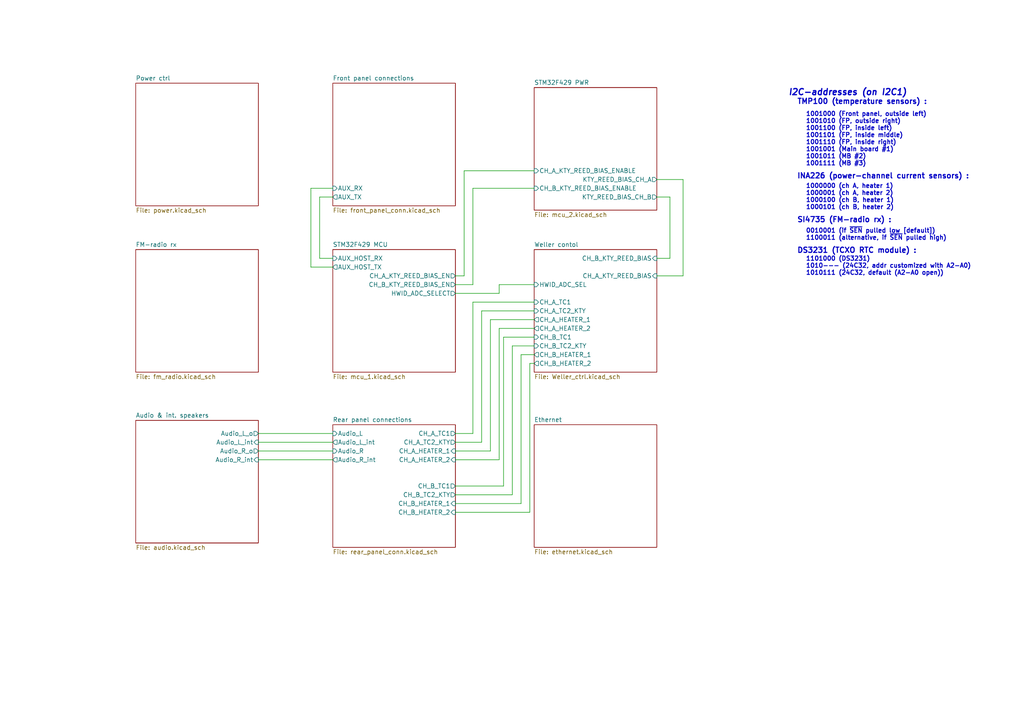
<source format=kicad_sch>
(kicad_sch (version 20211123) (generator eeschema)
  (paper "A4")
  (title_block (title "DIY Soldering station, top level") (date "2020-04-26") (rev "R0.1") (company "SolderingStationGroup : Jonny Svärd / Mathias Johansson / Magnus Thulesius"))
  (lib_symbols)
  (wire (pts (xy 134.62 49.53) (xy 154.94 49.53)))
  (wire (pts (xy 154.94 87.63) (xy 137.16 87.63)))
  (wire (pts (xy 154.94 102.87) (xy 151.13 102.87)))
  (wire (pts (xy 198.12 80.01) (xy 190.5 80.01)))
  (wire (pts (xy 90.17 77.47) (xy 96.52 77.47)))
  (wire (pts (xy 153.67 148.59) (xy 132.08 148.59)))
  (wire (pts (xy 144.78 133.35) (xy 132.08 133.35)))
  (wire (pts (xy 132.08 85.09) (xy 144.78 85.09)))
  (wire (pts (xy 137.16 54.61) (xy 154.94 54.61)))
  (wire (pts (xy 92.71 74.93) (xy 96.52 74.93)))
  (wire (pts (xy 151.13 102.87) (xy 151.13 146.05)))
  (wire (pts (xy 74.93 125.73) (xy 96.52 125.73)))
  (wire (pts (xy 132.08 82.55) (xy 137.16 82.55)))
  (wire (pts (xy 139.7 90.17) (xy 139.7 128.27)))
  (wire (pts (xy 146.05 97.79) (xy 146.05 140.97)))
  (wire (pts (xy 151.13 146.05) (xy 132.08 146.05)))
  (wire (pts (xy 144.78 82.55) (xy 154.94 82.55)))
  (wire (pts (xy 144.78 95.25) (xy 144.78 133.35)))
  (wire (pts (xy 148.59 100.33) (xy 148.59 143.51)))
  (wire (pts (xy 146.05 140.97) (xy 132.08 140.97)))
  (wire (pts (xy 137.16 82.55) (xy 137.16 54.61)))
  (wire (pts (xy 154.94 105.41) (xy 153.67 105.41)))
  (wire (pts (xy 139.7 128.27) (xy 132.08 128.27)))
  (wire (pts (xy 134.62 80.01) (xy 134.62 49.53)))
  (wire (pts (xy 194.31 57.15) (xy 194.31 74.93)))
  (wire (pts (xy 132.08 80.01) (xy 134.62 80.01)))
  (wire (pts (xy 198.12 52.07) (xy 198.12 80.01)))
  (wire (pts (xy 154.94 92.71) (xy 142.24 92.71)))
  (wire (pts (xy 137.16 125.73) (xy 132.08 125.73)))
  (wire (pts (xy 96.52 54.61) (xy 90.17 54.61)))
  (wire (pts (xy 74.93 130.81) (xy 96.52 130.81)))
  (wire (pts (xy 142.24 92.71) (xy 142.24 130.81)))
  (wire (pts (xy 148.59 143.51) (xy 132.08 143.51)))
  (wire (pts (xy 190.5 57.15) (xy 194.31 57.15)))
  (wire (pts (xy 190.5 52.07) (xy 198.12 52.07)))
  (wire (pts (xy 154.94 90.17) (xy 139.7 90.17)))
  (wire (pts (xy 144.78 85.09) (xy 144.78 82.55)))
  (wire (pts (xy 90.17 54.61) (xy 90.17 77.47)))
  (wire (pts (xy 153.67 105.41) (xy 153.67 148.59)))
  (wire (pts (xy 92.71 57.15) (xy 92.71 74.93)))
  (wire (pts (xy 74.93 128.27) (xy 96.52 128.27)))
  (wire (pts (xy 154.94 95.25) (xy 144.78 95.25)))
  (wire (pts (xy 194.31 74.93) (xy 190.5 74.93)))
  (wire (pts (xy 142.24 130.81) (xy 132.08 130.81)))
  (wire (pts (xy 154.94 100.33) (xy 148.59 100.33)))
  (wire (pts (xy 137.16 87.63) (xy 137.16 125.73)))
  (wire (pts (xy 96.52 57.15) (xy 92.71 57.15)))
  (wire (pts (xy 154.94 97.79) (xy 146.05 97.79)))
  (wire (pts (xy 74.93 133.35) (xy 96.52 133.35)))
  (text "1000000 (ch A, heater 1)\n1000001 (ch A, heater 2)\n1000100 (ch B, heater 1)\n1000101 (ch B, heater 2)" (at 233.68 60.96 0) (effects (font (size 1.27 1.27) (thickness 0.254) bold) (justify left bottom)))
  (text "1001000 (Front panel, outside left)\n1001010 (FP, outside right)\n1001100 (FP, inside left)\n1001101 (FP, inside middle)\n1001110 (FP, inside right)\n1001001 (Main board #1)\n1001011 (MB #2)\n1001111 (MB #3)" (at 233.68 48.26 0) (effects (font (size 1.27 1.27) (thickness 0.254) bold) (justify left bottom)))
  (text "INA226 (power-channel current sensors) :" (at 231.14 52.07 0) (effects (font (size 1.524 1.524) (thickness 0.3048) bold) (justify left bottom)))
  (text "DS3231 (TCXO RTC module) :" (at 231.14 73.66 0) (effects (font (size 1.524 1.524) (thickness 0.3048) bold) (justify left bottom)))
  (text "I2C-addresses (on I2C1)" (at 228.6 27.94 0) (effects (font (size 1.778 1.778) (thickness 0.3556) bold italic) (justify left bottom)))
  (text "TMP100 (temperature sensors) :" (at 231.14 30.48 0) (effects (font (size 1.524 1.524) (thickness 0.3048) bold) (justify left bottom)))
  (text "1101000 (DS3231)\n1010--- (24C32, addr customized with A2-A0)\n1010111 (24C32, default (A2-A0 open))" (at 233.68 80.01 0) (effects (font (size 1.27 1.27) (thickness 0.254) bold) (justify left bottom)))
  (text "SI4735 (FM-radio rx) :" (at 231.14 64.77 0) (effects (font (size 1.524 1.524) (thickness 0.3048) bold) (justify left bottom)))
  (text "0010001 (if ~{SEN} pulled low [default])\n1100011 (alternative, if ~{SEN} pulled high)" (at 233.68 69.85 0) (effects (font (size 1.27 1.27) (thickness 0.254) bold) (justify left bottom)))
  (sheet (at 96.52 72.39) (size 35.56 35.56)
    (property "Sheet name" "STM32F429 MCU" (at 96.52 71.6784 0) (effects (justify left bottom)))
    (property "Sheet file" "mcu_1.kicad_sch" (at 96.52 108.5346 0) (effects (justify left top)))
    (pin "AUX_HOST_RX" input (at 96.52 74.93 180))
    (pin "AUX_HOST_TX" output (at 96.52 77.47 180))
    (pin "HWID_ADC_SELECT" output (at 132.08 85.09 0))
    (pin "CH_A_KTY_REED_BIAS_EN" output (at 132.08 80.01 0))
    (pin "CH_B_KTY_REED_BIAS_EN" output (at 132.08 82.55 0))
  )
  (sheet (at 154.94 25.4) (size 35.56 35.56)
    (property "Sheet name" "STM32F429 PWR" (at 154.94 24.6884 0) (effects (justify left bottom)))
    (property "Sheet file" "mcu_2.kicad_sch" (at 154.94 61.5446 0) (effects (justify left top)))
    (pin "CH_A_KTY_REED_BIAS_ENABLE" input (at 154.94 49.53 180))
    (pin "KTY_REED_BIAS_CH_A" output (at 190.5 52.07 0))
    (pin "KTY_REED_BIAS_CH_B" output (at 190.5 57.15 0))
    (pin "CH_B_KTY_REED_BIAS_ENABLE" input (at 154.94 54.61 180))
  )
  (sheet (at 154.94 123.19) (size 35.56 35.56)
    (property "Sheet name" "Ethernet" (at 154.94 122.4784 0) (effects (justify left bottom)))
    (property "Sheet file" "ethernet.kicad_sch" (at 154.94 159.3346 0) (effects (justify left top)))
  )
  (sheet (at 39.37 24.13) (size 35.56 35.56)
    (property "Sheet name" "Power ctrl" (at 39.37 23.4184 0) (effects (justify left bottom)))
    (property "Sheet file" "power.kicad_sch" (at 39.37 60.2746 0) (effects (justify left top)))
  )
  (sheet (at 96.52 24.13) (size 35.56 35.56)
    (property "Sheet name" "Front panel connections" (at 96.52 23.4184 0) (effects (justify left bottom)))
    (property "Sheet file" "front_panel_conn.kicad_sch" (at 96.52 60.2746 0) (effects (justify left top)))
    (pin "AUX_TX" output (at 96.52 57.15 180))
    (pin "AUX_RX" input (at 96.52 54.61 180))
  )
  (sheet (at 96.52 123.19) (size 35.56 35.56)
    (property "Sheet name" "Rear panel connections" (at 96.52 122.4784 0) (effects (justify left bottom)))
    (property "Sheet file" "rear_panel_conn.kicad_sch" (at 96.52 159.3346 0) (effects (justify left top)))
    (pin "CH_A_HEATER_1" input (at 132.08 130.81 0))
    (pin "CH_A_HEATER_2" input (at 132.08 133.35 0))
    (pin "CH_A_TC1" output (at 132.08 125.73 0))
    (pin "CH_A_TC2_KTY" output (at 132.08 128.27 0))
    (pin "CH_B_HEATER_1" input (at 132.08 146.05 0))
    (pin "CH_B_HEATER_2" input (at 132.08 148.59 0))
    (pin "CH_B_TC1" output (at 132.08 140.97 0))
    (pin "CH_B_TC2_KTY" output (at 132.08 143.51 0))
    (pin "Audio_L" input (at 96.52 125.73 180))
    (pin "Audio_L_int" output (at 96.52 128.27 180))
    (pin "Audio_R" input (at 96.52 130.81 180))
    (pin "Audio_R_int" output (at 96.52 133.35 180))
  )
  (sheet (at 154.94 72.39) (size 35.56 35.56)
    (property "Sheet name" "Weller contol" (at 154.94 71.6784 0) (effects (justify left bottom)))
    (property "Sheet file" "Weller_ctrl.kicad_sch" (at 154.94 108.5346 0) (effects (justify left top)))
    (pin "CH_A_HEATER_1" output (at 154.94 92.71 180))
    (pin "CH_A_HEATER_2" output (at 154.94 95.25 180))
    (pin "CH_B_HEATER_1" output (at 154.94 102.87 180))
    (pin "CH_B_HEATER_2" output (at 154.94 105.41 180))
    (pin "CH_A_TC1" input (at 154.94 87.63 180))
    (pin "CH_A_TC2_KTY" input (at 154.94 90.17 180))
    (pin "CH_B_TC1" input (at 154.94 97.79 180))
    (pin "CH_B_TC2_KTY" input (at 154.94 100.33 180))
    (pin "HWID_ADC_SEL" input (at 154.94 82.55 180))
    (pin "CH_A_KTY_REED_BIAS" input (at 190.5 80.01 0))
    (pin "CH_B_KTY_REED_BIAS" input (at 190.5 74.93 0))
  )
  (sheet (at 39.37 121.92) (size 35.56 35.56)
    (property "Sheet name" "Audio & int. speakers" (at 39.37 121.2084 0) (effects (justify left bottom)))
    (property "Sheet file" "audio.kicad_sch" (at 39.37 158.0646 0) (effects (justify left top)))
    (pin "Audio_R_o" output (at 74.93 130.81 0))
    (pin "Audio_L_o" output (at 74.93 125.73 0))
    (pin "Audio_R_int" input (at 74.93 133.35 0))
    (pin "Audio_L_int" input (at 74.93 128.27 0))
  )
  (sheet (at 39.37 72.39) (size 35.56 35.56)
    (property "Sheet name" "FM-radio rx" (at 39.37 71.6784 0) (effects (justify left bottom)))
    (property "Sheet file" "fm_radio.kicad_sch" (at 39.37 108.5346 0) (effects (justify left top)))
  )
)
</source>
